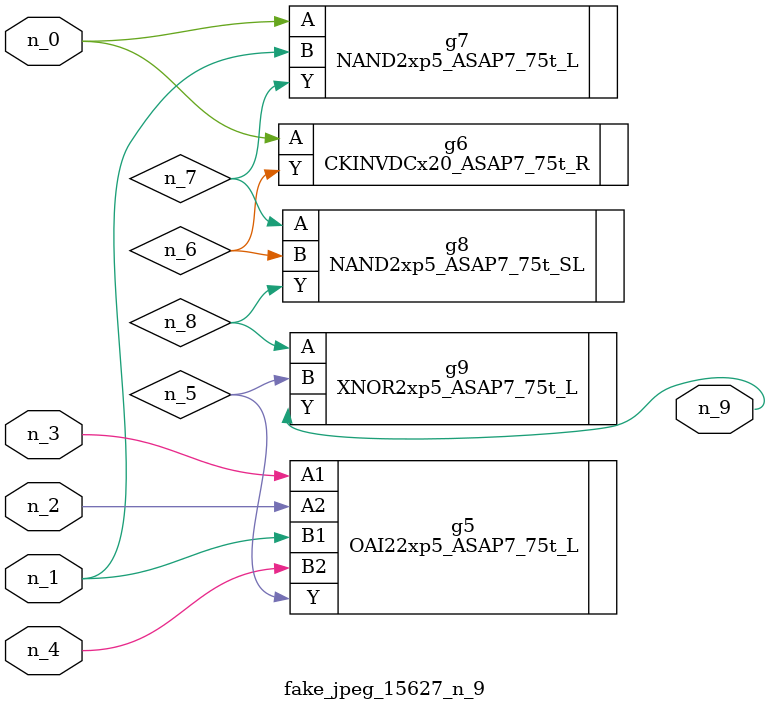
<source format=v>
module fake_jpeg_15627_n_9 (n_3, n_2, n_1, n_0, n_4, n_9);

input n_3;
input n_2;
input n_1;
input n_0;
input n_4;

output n_9;

wire n_8;
wire n_6;
wire n_5;
wire n_7;

OAI22xp5_ASAP7_75t_L g5 ( 
.A1(n_3),
.A2(n_2),
.B1(n_1),
.B2(n_4),
.Y(n_5)
);

CKINVDCx20_ASAP7_75t_R g6 ( 
.A(n_0),
.Y(n_6)
);

NAND2xp5_ASAP7_75t_L g7 ( 
.A(n_0),
.B(n_1),
.Y(n_7)
);

NAND2xp5_ASAP7_75t_SL g8 ( 
.A(n_7),
.B(n_6),
.Y(n_8)
);

XNOR2xp5_ASAP7_75t_L g9 ( 
.A(n_8),
.B(n_5),
.Y(n_9)
);


endmodule
</source>
